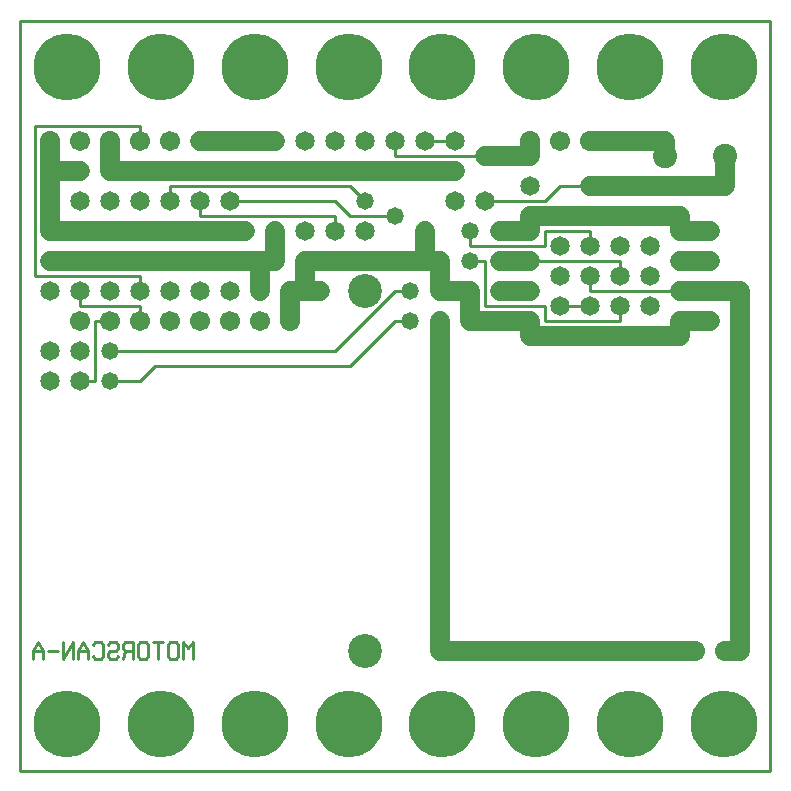
<source format=gbl>
%MOIN*%
%FSLAX25Y25*%
G04 D10 used for Character Trace; *
G04     Circle (OD=.01000) (No hole)*
G04 D11 used for Power Trace; *
G04     Circle (OD=.06700) (No hole)*
G04 D12 used for Signal Trace; *
G04     Circle (OD=.01100) (No hole)*
G04 D13 used for Via; *
G04     Circle (OD=.05800) (Round. Hole ID=.02800)*
G04 D14 used for Component hole; *
G04     Circle (OD=.06500) (Round. Hole ID=.03500)*
G04 D15 used for Component hole; *
G04     Circle (OD=.06700) (Round. Hole ID=.04300)*
G04 D16 used for Component hole; *
G04     Circle (OD=.08100) (Round. Hole ID=.05100)*
G04 D17 used for Component hole; *
G04     Circle (OD=.08900) (Round. Hole ID=.05900)*
G04 D18 used for Component hole; *
G04     Circle (OD=.11300) (Round. Hole ID=.08300)*
G04 D19 used for Component hole; *
G04     Circle (OD=.16000) (Round. Hole ID=.13000)*
G04 D20 used for Component hole; *
G04     Circle (OD=.18300) (Round. Hole ID=.15300)*
G04 D21 used for Component hole; *
G04     Circle (OD=.22291) (Round. Hole ID=.19291)*
%ADD10C,.01000*%
%ADD11C,.06700*%
%ADD12C,.01100*%
%ADD13C,.05800*%
%ADD14C,.06500*%
%ADD15C,.06700*%
%ADD16C,.08100*%
%ADD17C,.08900*%
%ADD18C,.11300*%
%ADD19C,.16000*%
%ADD20C,.18300*%
%ADD21C,.22291*%
%IPPOS*%
%LPD*%
G90*X0Y0D02*D21*X15625Y15625D03*D10*              
X57511Y37129D02*Y42871D01*X55837Y40957D01*        
X54163Y42871D01*Y37129D01*X49163Y38086D02*        
X50000Y37129D01*X51674D01*X52511Y38086D01*        
Y41914D01*X51674Y42871D01*X50000D01*              
X49163Y41914D01*Y38086D01*X45837Y37129D02*        
Y42871D01*X47511D02*X44163D01*X39163Y38086D02*    
X40000Y37129D01*X41674D01*X42511Y38086D01*        
Y41914D01*X41674Y42871D01*X40000D01*              
X39163Y41914D01*Y38086D01*X37511Y37129D02*        
Y42871D01*X35000D01*X34163Y41914D01*Y40957D01*    
X35000Y40000D01*X37511D01*X35000D02*              
X34163Y37129D01*X29163Y41914D02*X30000Y42871D01*  
X31674D01*X32511Y41914D01*Y40957D01*              
X31674Y40000D01*X30000D01*X29163Y39043D01*        
Y38086D01*X30000Y37129D01*X31674D01*              
X32511Y38086D01*X24163D02*X25000Y37129D01*        
X26674D01*X27511Y38086D01*Y41914D01*              
X26674Y42871D01*X25000D01*X24163Y41914D01*        
X22511Y37129D02*Y40000D01*X20837Y42871D01*        
X19163Y40000D01*Y37129D01*X22511Y40000D02*        
X19163D01*X17511Y37129D02*Y42871D01*              
X14163Y37129D01*Y42871D01*X12511Y40000D02*        
X9163D01*X7511Y37129D02*Y40000D01*X5837Y42871D01* 
X4163Y40000D01*Y37129D01*X7511Y40000D02*X4163D01* 
D21*X46875Y15625D03*X78125D03*X109375D03*D18*     
X115000Y40000D03*D12*X30000Y130000D02*X40000D01*  
D13*X30000D03*D12*X20000D02*X25000D01*D14*        
X20000D03*D12*X25000D02*Y150000D01*X30000D01*D15* 
D03*D14*X40000Y160000D03*D12*Y165000D01*X5000D01* 
Y215000D01*X40000D01*Y210000D01*D15*D03*D11*      
X30000Y200000D02*X85000D01*D13*D03*D11*X135000D01*
D14*D03*D11*X145000D01*D14*D03*X155000Y190000D03* 
D12*X175000D01*X180000Y195000D01*X190000D01*D14*  
D03*D11*X235000D01*Y205000D01*D16*D03*D11*        
X220000Y180000D02*Y185000D01*D14*Y180000D03*D11*  
X230000D01*D14*D03*X220000Y170000D03*D11*         
X230000D01*D14*D03*D11*X240000Y40000D02*          
Y160000D01*X235000Y40000D02*X240000D01*D15*       
X235000D03*X225000D03*D11*X140000D01*Y150000D01*  
D13*D03*D11*X150000D02*Y160000D01*Y150000D02*     
X160000D01*D14*D03*D11*X170000D01*D14*D03*D11*    
Y145000D01*X220000D01*Y150000D01*D14*D03*D11*     
X230000D01*D14*D03*D11*Y160000D02*X240000D01*D14* 
X230000D03*D11*X220000D01*D14*D03*D12*X190000D01* 
Y165000D01*D14*D03*X200000Y155000D03*D12*         
Y150000D01*X175000D01*Y155000D01*X155000D01*      
Y170000D01*X150000D01*D13*D03*D12*Y175000D02*     
X175000D01*Y180000D01*X190000D01*Y175000D01*D14*  
D03*X200000Y165000D03*D12*Y170000D01*X170000D01*  
D14*D03*D11*X160000D01*D14*D03*X170000Y160000D03* 
D11*X160000D01*D14*D03*D11*X140000D02*X150000D01* 
X140000D02*Y170000D01*X135000D01*X95000D01*D13*   
D03*D11*Y160000D01*X90000D01*Y150000D01*D15*D03*  
D14*X100000Y160000D03*D11*X95000D01*              
X80000Y170000D02*X85000D01*X80000Y160000D02*      
Y170000D01*D14*Y160000D03*D15*X70000Y150000D03*   
D11*X85000Y170000D02*Y180000D01*D14*D03*D11*      
X10000Y170000D02*X80000D01*D13*X10000D03*D14*     
X20000Y160000D03*D12*Y155000D01*X40000D01*        
Y150000D01*D15*D03*D14*X50000Y160000D03*X30000D03*
D13*Y140000D03*D12*X105000D01*X125000Y160000D01*  
X130000D01*D13*D03*D11*X135000Y170000D02*         
Y180000D01*D14*D03*X145000Y190000D03*D13*         
X125000Y185000D03*D12*X110000D01*                 
X105000Y190000D01*X70000D01*D14*D03*X60000D03*D12*
Y185000D01*X105000D01*Y180000D01*D14*D03*D13*     
X115000Y190000D03*D12*X110000Y195000D01*X50000D01*
Y190000D01*D14*D03*X40000D03*D15*X30000Y210000D03*
D11*Y200000D01*D15*X20000Y210000D03*D14*          
Y190000D03*D13*Y200000D03*D11*X10000D01*          
Y190000D01*D14*D03*D11*Y180000D01*X75000D01*D13*  
D03*D14*X60000Y160000D03*X70000D03*               
X95000Y180000D03*X105000Y210000D03*D15*           
X50000Y150000D03*D14*X95000Y210000D03*D15*        
X60000Y150000D03*D14*X85000Y210000D03*D11*        
X60000D01*D13*D03*D15*X50000D03*D21*              
X78125Y234375D03*X46875D03*D14*X30000Y190000D03*  
D21*X15625Y234375D03*D14*X10000Y160000D03*D15*    
Y210000D03*D11*Y200000D01*D12*X0Y0D02*Y250000D01* 
Y0D02*X250000D01*Y250000D01*X0D01*D15*            
X20000Y150000D03*X80000D03*D21*X109375Y234375D03* 
D14*X10000Y140000D03*X20000D03*D18*               
X115000Y160000D03*D14*Y180000D03*Y210000D03*D12*  
X40000Y130000D02*X45000Y135000D01*X110000D01*     
X125000Y150000D01*X130000D01*D13*D03*D12*         
X150000Y175000D02*Y180000D01*D13*D03*D14*         
X160000D03*D11*X170000D01*D14*D03*D11*Y185000D01* 
X180000D01*D13*D03*D11*X220000D01*D14*            
X210000Y175000D03*Y165000D03*D16*                 
X215000Y205000D03*D11*Y210000D01*X190000D01*D15*  
D03*X180000D03*X170000D03*D11*Y205000D01*         
X155000D01*D14*D03*D12*X125000D01*Y210000D01*D14* 
D03*X135000D03*D12*X145000D01*D14*D03*D21*        
X171875Y234375D03*D14*X170000Y195000D03*D21*      
X140625Y234375D03*D14*X180000Y175000D03*          
Y165000D03*X200000Y175000D03*X180000Y155000D03*   
D12*X190000D01*D14*D03*X210000D03*D21*            
X234375Y234375D03*X203125D03*X140625Y15625D03*    
X171875D03*X203125D03*X234375D03*D14*             
X10000Y130000D03*M02*                             

</source>
